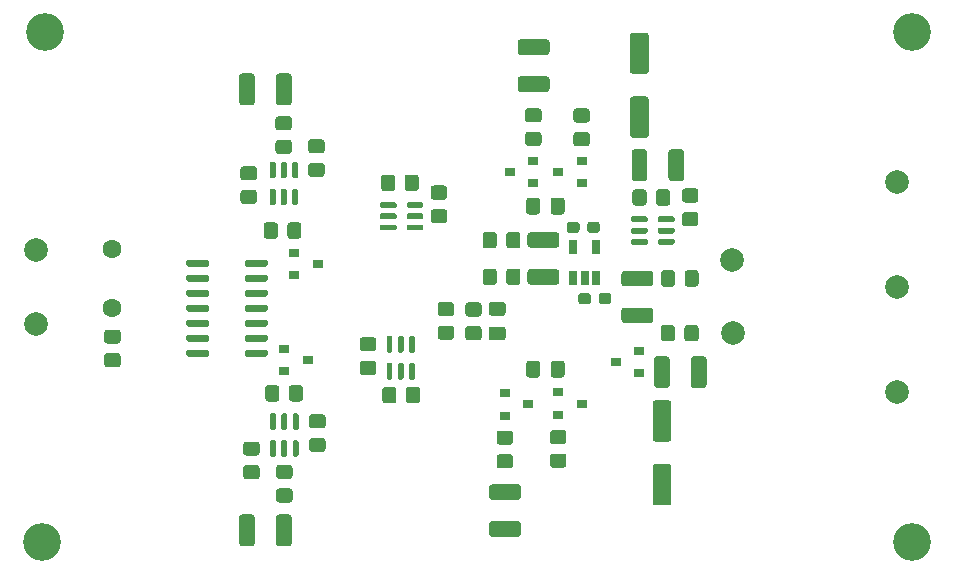
<source format=gbr>
G04 #@! TF.GenerationSoftware,KiCad,Pcbnew,(5.1.10-0-10_14)*
G04 #@! TF.CreationDate,2021-07-28T14:37:46+02:00*
G04 #@! TF.ProjectId,pre-amp-discret,7072652d-616d-4702-9d64-697363726574,rev?*
G04 #@! TF.SameCoordinates,Original*
G04 #@! TF.FileFunction,Soldermask,Top*
G04 #@! TF.FilePolarity,Negative*
%FSLAX46Y46*%
G04 Gerber Fmt 4.6, Leading zero omitted, Abs format (unit mm)*
G04 Created by KiCad (PCBNEW (5.1.10-0-10_14)) date 2021-07-28 14:37:46*
%MOMM*%
%LPD*%
G01*
G04 APERTURE LIST*
%ADD10R,0.650000X1.220000*%
%ADD11C,1.600000*%
%ADD12R,0.900000X0.800000*%
%ADD13C,2.000000*%
%ADD14C,3.200000*%
G04 APERTURE END LIST*
G36*
G01*
X144032000Y-141393999D02*
X144032000Y-143594001D01*
G75*
G02*
X143782001Y-143844000I-249999J0D01*
G01*
X142956999Y-143844000D01*
G75*
G02*
X142707000Y-143594001I0J249999D01*
G01*
X142707000Y-141393999D01*
G75*
G02*
X142956999Y-141144000I249999J0D01*
G01*
X143782001Y-141144000D01*
G75*
G02*
X144032000Y-141393999I0J-249999D01*
G01*
G37*
G36*
G01*
X147157000Y-141393999D02*
X147157000Y-143594001D01*
G75*
G02*
X146907001Y-143844000I-249999J0D01*
G01*
X146081999Y-143844000D01*
G75*
G02*
X145832000Y-143594001I0J249999D01*
G01*
X145832000Y-141393999D01*
G75*
G02*
X146081999Y-141144000I249999J0D01*
G01*
X146907001Y-141144000D01*
G75*
G02*
X147157000Y-141393999I0J-249999D01*
G01*
G37*
G36*
G01*
X145832000Y-106256001D02*
X145832000Y-104055999D01*
G75*
G02*
X146081999Y-103806000I249999J0D01*
G01*
X146907001Y-103806000D01*
G75*
G02*
X147157000Y-104055999I0J-249999D01*
G01*
X147157000Y-106256001D01*
G75*
G02*
X146907001Y-106506000I-249999J0D01*
G01*
X146081999Y-106506000D01*
G75*
G02*
X145832000Y-106256001I0J249999D01*
G01*
G37*
G36*
G01*
X142707000Y-106256001D02*
X142707000Y-104055999D01*
G75*
G02*
X142956999Y-103806000I249999J0D01*
G01*
X143782001Y-103806000D01*
G75*
G02*
X144032000Y-104055999I0J-249999D01*
G01*
X144032000Y-106256001D01*
G75*
G02*
X143782001Y-106506000I-249999J0D01*
G01*
X142956999Y-106506000D01*
G75*
G02*
X142707000Y-106256001I0J249999D01*
G01*
G37*
G36*
G01*
X177528401Y-121832800D02*
X175328399Y-121832800D01*
G75*
G02*
X175078400Y-121582801I0J249999D01*
G01*
X175078400Y-120757799D01*
G75*
G02*
X175328399Y-120507800I249999J0D01*
G01*
X177528401Y-120507800D01*
G75*
G02*
X177778400Y-120757799I0J-249999D01*
G01*
X177778400Y-121582801D01*
G75*
G02*
X177528401Y-121832800I-249999J0D01*
G01*
G37*
G36*
G01*
X177528401Y-124957800D02*
X175328399Y-124957800D01*
G75*
G02*
X175078400Y-124707801I0J249999D01*
G01*
X175078400Y-123882799D01*
G75*
G02*
X175328399Y-123632800I249999J0D01*
G01*
X177528401Y-123632800D01*
G75*
G02*
X177778400Y-123882799I0J-249999D01*
G01*
X177778400Y-124707801D01*
G75*
G02*
X177528401Y-124957800I-249999J0D01*
G01*
G37*
G36*
G01*
X169565501Y-118568500D02*
X167365499Y-118568500D01*
G75*
G02*
X167115500Y-118318501I0J249999D01*
G01*
X167115500Y-117493499D01*
G75*
G02*
X167365499Y-117243500I249999J0D01*
G01*
X169565501Y-117243500D01*
G75*
G02*
X169815500Y-117493499I0J-249999D01*
G01*
X169815500Y-118318501D01*
G75*
G02*
X169565501Y-118568500I-249999J0D01*
G01*
G37*
G36*
G01*
X169565501Y-121693500D02*
X167365499Y-121693500D01*
G75*
G02*
X167115500Y-121443501I0J249999D01*
G01*
X167115500Y-120618499D01*
G75*
G02*
X167365499Y-120368500I249999J0D01*
G01*
X169565501Y-120368500D01*
G75*
G02*
X169815500Y-120618499I0J-249999D01*
G01*
X169815500Y-121443501D01*
G75*
G02*
X169565501Y-121693500I-249999J0D01*
G01*
G37*
G36*
G01*
X180961000Y-130195501D02*
X180961000Y-127995499D01*
G75*
G02*
X181210999Y-127745500I249999J0D01*
G01*
X182036001Y-127745500D01*
G75*
G02*
X182286000Y-127995499I0J-249999D01*
G01*
X182286000Y-130195501D01*
G75*
G02*
X182036001Y-130445500I-249999J0D01*
G01*
X181210999Y-130445500D01*
G75*
G02*
X180961000Y-130195501I0J249999D01*
G01*
G37*
G36*
G01*
X177836000Y-130195501D02*
X177836000Y-127995499D01*
G75*
G02*
X178085999Y-127745500I249999J0D01*
G01*
X178911001Y-127745500D01*
G75*
G02*
X179161000Y-127995499I0J-249999D01*
G01*
X179161000Y-130195501D01*
G75*
G02*
X178911001Y-130445500I-249999J0D01*
G01*
X178085999Y-130445500D01*
G75*
G02*
X177836000Y-130195501I0J249999D01*
G01*
G37*
G36*
G01*
X177256000Y-110469499D02*
X177256000Y-112669501D01*
G75*
G02*
X177006001Y-112919500I-249999J0D01*
G01*
X176180999Y-112919500D01*
G75*
G02*
X175931000Y-112669501I0J249999D01*
G01*
X175931000Y-110469499D01*
G75*
G02*
X176180999Y-110219500I249999J0D01*
G01*
X177006001Y-110219500D01*
G75*
G02*
X177256000Y-110469499I0J-249999D01*
G01*
G37*
G36*
G01*
X180381000Y-110469499D02*
X180381000Y-112669501D01*
G75*
G02*
X180131001Y-112919500I-249999J0D01*
G01*
X179305999Y-112919500D01*
G75*
G02*
X179056000Y-112669501I0J249999D01*
G01*
X179056000Y-110469499D01*
G75*
G02*
X179305999Y-110219500I249999J0D01*
G01*
X180131001Y-110219500D01*
G75*
G02*
X180381000Y-110469499I0J-249999D01*
G01*
G37*
G36*
G01*
X164126999Y-141718000D02*
X166327001Y-141718000D01*
G75*
G02*
X166577000Y-141967999I0J-249999D01*
G01*
X166577000Y-142793001D01*
G75*
G02*
X166327001Y-143043000I-249999J0D01*
G01*
X164126999Y-143043000D01*
G75*
G02*
X163877000Y-142793001I0J249999D01*
G01*
X163877000Y-141967999D01*
G75*
G02*
X164126999Y-141718000I249999J0D01*
G01*
G37*
G36*
G01*
X164126999Y-138593000D02*
X166327001Y-138593000D01*
G75*
G02*
X166577000Y-138842999I0J-249999D01*
G01*
X166577000Y-139668001D01*
G75*
G02*
X166327001Y-139918000I-249999J0D01*
G01*
X164126999Y-139918000D01*
G75*
G02*
X163877000Y-139668001I0J249999D01*
G01*
X163877000Y-138842999D01*
G75*
G02*
X164126999Y-138593000I249999J0D01*
G01*
G37*
G36*
G01*
X166539999Y-104049000D02*
X168740001Y-104049000D01*
G75*
G02*
X168990000Y-104298999I0J-249999D01*
G01*
X168990000Y-105124001D01*
G75*
G02*
X168740001Y-105374000I-249999J0D01*
G01*
X166539999Y-105374000D01*
G75*
G02*
X166290000Y-105124001I0J249999D01*
G01*
X166290000Y-104298999D01*
G75*
G02*
X166539999Y-104049000I249999J0D01*
G01*
G37*
G36*
G01*
X166539999Y-100924000D02*
X168740001Y-100924000D01*
G75*
G02*
X168990000Y-101173999I0J-249999D01*
G01*
X168990000Y-101999001D01*
G75*
G02*
X168740001Y-102249000I-249999J0D01*
G01*
X166539999Y-102249000D01*
G75*
G02*
X166290000Y-101999001I0J249999D01*
G01*
X166290000Y-101173999D01*
G75*
G02*
X166539999Y-100924000I249999J0D01*
G01*
G37*
G36*
G01*
X179061200Y-134973000D02*
X177961200Y-134973000D01*
G75*
G02*
X177711200Y-134723000I0J250000D01*
G01*
X177711200Y-131723000D01*
G75*
G02*
X177961200Y-131473000I250000J0D01*
G01*
X179061200Y-131473000D01*
G75*
G02*
X179311200Y-131723000I0J-250000D01*
G01*
X179311200Y-134723000D01*
G75*
G02*
X179061200Y-134973000I-250000J0D01*
G01*
G37*
G36*
G01*
X179061200Y-140373000D02*
X177961200Y-140373000D01*
G75*
G02*
X177711200Y-140123000I0J250000D01*
G01*
X177711200Y-137123000D01*
G75*
G02*
X177961200Y-136873000I250000J0D01*
G01*
X179061200Y-136873000D01*
G75*
G02*
X179311200Y-137123000I0J-250000D01*
G01*
X179311200Y-140123000D01*
G75*
G02*
X179061200Y-140373000I-250000J0D01*
G01*
G37*
G36*
G01*
X177143500Y-103855500D02*
X176043500Y-103855500D01*
G75*
G02*
X175793500Y-103605500I0J250000D01*
G01*
X175793500Y-100605500D01*
G75*
G02*
X176043500Y-100355500I250000J0D01*
G01*
X177143500Y-100355500D01*
G75*
G02*
X177393500Y-100605500I0J-250000D01*
G01*
X177393500Y-103605500D01*
G75*
G02*
X177143500Y-103855500I-250000J0D01*
G01*
G37*
G36*
G01*
X177143500Y-109255500D02*
X176043500Y-109255500D01*
G75*
G02*
X175793500Y-109005500I0J250000D01*
G01*
X175793500Y-106005500D01*
G75*
G02*
X176043500Y-105755500I250000J0D01*
G01*
X177143500Y-105755500D01*
G75*
G02*
X177393500Y-106005500I0J-250000D01*
G01*
X177393500Y-109005500D01*
G75*
G02*
X177143500Y-109255500I-250000J0D01*
G01*
G37*
D10*
X171008000Y-118538000D03*
X172908000Y-118538000D03*
X172908000Y-121158000D03*
X171958000Y-121158000D03*
X171008000Y-121158000D03*
G36*
G01*
X164525500Y-120580999D02*
X164525500Y-121481001D01*
G75*
G02*
X164275501Y-121731000I-249999J0D01*
G01*
X163575499Y-121731000D01*
G75*
G02*
X163325500Y-121481001I0J249999D01*
G01*
X163325500Y-120580999D01*
G75*
G02*
X163575499Y-120331000I249999J0D01*
G01*
X164275501Y-120331000D01*
G75*
G02*
X164525500Y-120580999I0J-249999D01*
G01*
G37*
G36*
G01*
X166525500Y-120580999D02*
X166525500Y-121481001D01*
G75*
G02*
X166275501Y-121731000I-249999J0D01*
G01*
X165575499Y-121731000D01*
G75*
G02*
X165325500Y-121481001I0J249999D01*
G01*
X165325500Y-120580999D01*
G75*
G02*
X165575499Y-120331000I249999J0D01*
G01*
X166275501Y-120331000D01*
G75*
G02*
X166525500Y-120580999I0J-249999D01*
G01*
G37*
G36*
G01*
X179619200Y-120707999D02*
X179619200Y-121608001D01*
G75*
G02*
X179369201Y-121858000I-249999J0D01*
G01*
X178669199Y-121858000D01*
G75*
G02*
X178419200Y-121608001I0J249999D01*
G01*
X178419200Y-120707999D01*
G75*
G02*
X178669199Y-120458000I249999J0D01*
G01*
X179369201Y-120458000D01*
G75*
G02*
X179619200Y-120707999I0J-249999D01*
G01*
G37*
G36*
G01*
X181619200Y-120707999D02*
X181619200Y-121608001D01*
G75*
G02*
X181369201Y-121858000I-249999J0D01*
G01*
X180669199Y-121858000D01*
G75*
G02*
X180419200Y-121608001I0J249999D01*
G01*
X180419200Y-120707999D01*
G75*
G02*
X180669199Y-120458000I249999J0D01*
G01*
X181369201Y-120458000D01*
G75*
G02*
X181619200Y-120707999I0J-249999D01*
G01*
G37*
G36*
G01*
X164525500Y-117469499D02*
X164525500Y-118369501D01*
G75*
G02*
X164275501Y-118619500I-249999J0D01*
G01*
X163575499Y-118619500D01*
G75*
G02*
X163325500Y-118369501I0J249999D01*
G01*
X163325500Y-117469499D01*
G75*
G02*
X163575499Y-117219500I249999J0D01*
G01*
X164275501Y-117219500D01*
G75*
G02*
X164525500Y-117469499I0J-249999D01*
G01*
G37*
G36*
G01*
X166525500Y-117469499D02*
X166525500Y-118369501D01*
G75*
G02*
X166275501Y-118619500I-249999J0D01*
G01*
X165575499Y-118619500D01*
G75*
G02*
X165325500Y-118369501I0J249999D01*
G01*
X165325500Y-117469499D01*
G75*
G02*
X165575499Y-117219500I249999J0D01*
G01*
X166275501Y-117219500D01*
G75*
G02*
X166525500Y-117469499I0J-249999D01*
G01*
G37*
G36*
G01*
X172495500Y-122635000D02*
X172495500Y-123110000D01*
G75*
G02*
X172258000Y-123347500I-237500J0D01*
G01*
X171658000Y-123347500D01*
G75*
G02*
X171420500Y-123110000I0J237500D01*
G01*
X171420500Y-122635000D01*
G75*
G02*
X171658000Y-122397500I237500J0D01*
G01*
X172258000Y-122397500D01*
G75*
G02*
X172495500Y-122635000I0J-237500D01*
G01*
G37*
G36*
G01*
X174220500Y-122635000D02*
X174220500Y-123110000D01*
G75*
G02*
X173983000Y-123347500I-237500J0D01*
G01*
X173383000Y-123347500D01*
G75*
G02*
X173145500Y-123110000I0J237500D01*
G01*
X173145500Y-122635000D01*
G75*
G02*
X173383000Y-122397500I237500J0D01*
G01*
X173983000Y-122397500D01*
G75*
G02*
X174220500Y-122635000I0J-237500D01*
G01*
G37*
G36*
G01*
X171530300Y-116602500D02*
X171530300Y-117077500D01*
G75*
G02*
X171292800Y-117315000I-237500J0D01*
G01*
X170692800Y-117315000D01*
G75*
G02*
X170455300Y-117077500I0J237500D01*
G01*
X170455300Y-116602500D01*
G75*
G02*
X170692800Y-116365000I237500J0D01*
G01*
X171292800Y-116365000D01*
G75*
G02*
X171530300Y-116602500I0J-237500D01*
G01*
G37*
G36*
G01*
X173255300Y-116602500D02*
X173255300Y-117077500D01*
G75*
G02*
X173017800Y-117315000I-237500J0D01*
G01*
X172417800Y-117315000D01*
G75*
G02*
X172180300Y-117077500I0J237500D01*
G01*
X172180300Y-116602500D01*
G75*
G02*
X172417800Y-116365000I237500J0D01*
G01*
X173017800Y-116365000D01*
G75*
G02*
X173255300Y-116602500I0J-237500D01*
G01*
G37*
D11*
X131978400Y-118698000D03*
X131978400Y-123698000D03*
G36*
G01*
X143181200Y-120038000D02*
X143181200Y-119738000D01*
G75*
G02*
X143331200Y-119588000I150000J0D01*
G01*
X144981200Y-119588000D01*
G75*
G02*
X145131200Y-119738000I0J-150000D01*
G01*
X145131200Y-120038000D01*
G75*
G02*
X144981200Y-120188000I-150000J0D01*
G01*
X143331200Y-120188000D01*
G75*
G02*
X143181200Y-120038000I0J150000D01*
G01*
G37*
G36*
G01*
X143181200Y-121308000D02*
X143181200Y-121008000D01*
G75*
G02*
X143331200Y-120858000I150000J0D01*
G01*
X144981200Y-120858000D01*
G75*
G02*
X145131200Y-121008000I0J-150000D01*
G01*
X145131200Y-121308000D01*
G75*
G02*
X144981200Y-121458000I-150000J0D01*
G01*
X143331200Y-121458000D01*
G75*
G02*
X143181200Y-121308000I0J150000D01*
G01*
G37*
G36*
G01*
X143181200Y-122578000D02*
X143181200Y-122278000D01*
G75*
G02*
X143331200Y-122128000I150000J0D01*
G01*
X144981200Y-122128000D01*
G75*
G02*
X145131200Y-122278000I0J-150000D01*
G01*
X145131200Y-122578000D01*
G75*
G02*
X144981200Y-122728000I-150000J0D01*
G01*
X143331200Y-122728000D01*
G75*
G02*
X143181200Y-122578000I0J150000D01*
G01*
G37*
G36*
G01*
X143181200Y-123848000D02*
X143181200Y-123548000D01*
G75*
G02*
X143331200Y-123398000I150000J0D01*
G01*
X144981200Y-123398000D01*
G75*
G02*
X145131200Y-123548000I0J-150000D01*
G01*
X145131200Y-123848000D01*
G75*
G02*
X144981200Y-123998000I-150000J0D01*
G01*
X143331200Y-123998000D01*
G75*
G02*
X143181200Y-123848000I0J150000D01*
G01*
G37*
G36*
G01*
X143181200Y-125118000D02*
X143181200Y-124818000D01*
G75*
G02*
X143331200Y-124668000I150000J0D01*
G01*
X144981200Y-124668000D01*
G75*
G02*
X145131200Y-124818000I0J-150000D01*
G01*
X145131200Y-125118000D01*
G75*
G02*
X144981200Y-125268000I-150000J0D01*
G01*
X143331200Y-125268000D01*
G75*
G02*
X143181200Y-125118000I0J150000D01*
G01*
G37*
G36*
G01*
X143181200Y-126388000D02*
X143181200Y-126088000D01*
G75*
G02*
X143331200Y-125938000I150000J0D01*
G01*
X144981200Y-125938000D01*
G75*
G02*
X145131200Y-126088000I0J-150000D01*
G01*
X145131200Y-126388000D01*
G75*
G02*
X144981200Y-126538000I-150000J0D01*
G01*
X143331200Y-126538000D01*
G75*
G02*
X143181200Y-126388000I0J150000D01*
G01*
G37*
G36*
G01*
X143181200Y-127658000D02*
X143181200Y-127358000D01*
G75*
G02*
X143331200Y-127208000I150000J0D01*
G01*
X144981200Y-127208000D01*
G75*
G02*
X145131200Y-127358000I0J-150000D01*
G01*
X145131200Y-127658000D01*
G75*
G02*
X144981200Y-127808000I-150000J0D01*
G01*
X143331200Y-127808000D01*
G75*
G02*
X143181200Y-127658000I0J150000D01*
G01*
G37*
G36*
G01*
X138231200Y-127658000D02*
X138231200Y-127358000D01*
G75*
G02*
X138381200Y-127208000I150000J0D01*
G01*
X140031200Y-127208000D01*
G75*
G02*
X140181200Y-127358000I0J-150000D01*
G01*
X140181200Y-127658000D01*
G75*
G02*
X140031200Y-127808000I-150000J0D01*
G01*
X138381200Y-127808000D01*
G75*
G02*
X138231200Y-127658000I0J150000D01*
G01*
G37*
G36*
G01*
X138231200Y-126388000D02*
X138231200Y-126088000D01*
G75*
G02*
X138381200Y-125938000I150000J0D01*
G01*
X140031200Y-125938000D01*
G75*
G02*
X140181200Y-126088000I0J-150000D01*
G01*
X140181200Y-126388000D01*
G75*
G02*
X140031200Y-126538000I-150000J0D01*
G01*
X138381200Y-126538000D01*
G75*
G02*
X138231200Y-126388000I0J150000D01*
G01*
G37*
G36*
G01*
X138231200Y-125118000D02*
X138231200Y-124818000D01*
G75*
G02*
X138381200Y-124668000I150000J0D01*
G01*
X140031200Y-124668000D01*
G75*
G02*
X140181200Y-124818000I0J-150000D01*
G01*
X140181200Y-125118000D01*
G75*
G02*
X140031200Y-125268000I-150000J0D01*
G01*
X138381200Y-125268000D01*
G75*
G02*
X138231200Y-125118000I0J150000D01*
G01*
G37*
G36*
G01*
X138231200Y-123848000D02*
X138231200Y-123548000D01*
G75*
G02*
X138381200Y-123398000I150000J0D01*
G01*
X140031200Y-123398000D01*
G75*
G02*
X140181200Y-123548000I0J-150000D01*
G01*
X140181200Y-123848000D01*
G75*
G02*
X140031200Y-123998000I-150000J0D01*
G01*
X138381200Y-123998000D01*
G75*
G02*
X138231200Y-123848000I0J150000D01*
G01*
G37*
G36*
G01*
X138231200Y-122578000D02*
X138231200Y-122278000D01*
G75*
G02*
X138381200Y-122128000I150000J0D01*
G01*
X140031200Y-122128000D01*
G75*
G02*
X140181200Y-122278000I0J-150000D01*
G01*
X140181200Y-122578000D01*
G75*
G02*
X140031200Y-122728000I-150000J0D01*
G01*
X138381200Y-122728000D01*
G75*
G02*
X138231200Y-122578000I0J150000D01*
G01*
G37*
G36*
G01*
X138231200Y-121308000D02*
X138231200Y-121008000D01*
G75*
G02*
X138381200Y-120858000I150000J0D01*
G01*
X140031200Y-120858000D01*
G75*
G02*
X140181200Y-121008000I0J-150000D01*
G01*
X140181200Y-121308000D01*
G75*
G02*
X140031200Y-121458000I-150000J0D01*
G01*
X138381200Y-121458000D01*
G75*
G02*
X138231200Y-121308000I0J150000D01*
G01*
G37*
G36*
G01*
X138231200Y-120038000D02*
X138231200Y-119738000D01*
G75*
G02*
X138381200Y-119588000I150000J0D01*
G01*
X140031200Y-119588000D01*
G75*
G02*
X140181200Y-119738000I0J-150000D01*
G01*
X140181200Y-120038000D01*
G75*
G02*
X140031200Y-120188000I-150000J0D01*
G01*
X138381200Y-120188000D01*
G75*
G02*
X138231200Y-120038000I0J150000D01*
G01*
G37*
G36*
G01*
X145710100Y-133999000D02*
X145460100Y-133999000D01*
G75*
G02*
X145335100Y-133874000I0J125000D01*
G01*
X145335100Y-132699000D01*
G75*
G02*
X145460100Y-132574000I125000J0D01*
G01*
X145710100Y-132574000D01*
G75*
G02*
X145835100Y-132699000I0J-125000D01*
G01*
X145835100Y-133874000D01*
G75*
G02*
X145710100Y-133999000I-125000J0D01*
G01*
G37*
G36*
G01*
X146660100Y-133999000D02*
X146410100Y-133999000D01*
G75*
G02*
X146285100Y-133874000I0J125000D01*
G01*
X146285100Y-132699000D01*
G75*
G02*
X146410100Y-132574000I125000J0D01*
G01*
X146660100Y-132574000D01*
G75*
G02*
X146785100Y-132699000I0J-125000D01*
G01*
X146785100Y-133874000D01*
G75*
G02*
X146660100Y-133999000I-125000J0D01*
G01*
G37*
G36*
G01*
X147610100Y-133999000D02*
X147360100Y-133999000D01*
G75*
G02*
X147235100Y-133874000I0J125000D01*
G01*
X147235100Y-132699000D01*
G75*
G02*
X147360100Y-132574000I125000J0D01*
G01*
X147610100Y-132574000D01*
G75*
G02*
X147735100Y-132699000I0J-125000D01*
G01*
X147735100Y-133874000D01*
G75*
G02*
X147610100Y-133999000I-125000J0D01*
G01*
G37*
G36*
G01*
X147610100Y-136274000D02*
X147360100Y-136274000D01*
G75*
G02*
X147235100Y-136149000I0J125000D01*
G01*
X147235100Y-134974000D01*
G75*
G02*
X147360100Y-134849000I125000J0D01*
G01*
X147610100Y-134849000D01*
G75*
G02*
X147735100Y-134974000I0J-125000D01*
G01*
X147735100Y-136149000D01*
G75*
G02*
X147610100Y-136274000I-125000J0D01*
G01*
G37*
G36*
G01*
X146660100Y-136274000D02*
X146410100Y-136274000D01*
G75*
G02*
X146285100Y-136149000I0J125000D01*
G01*
X146285100Y-134974000D01*
G75*
G02*
X146410100Y-134849000I125000J0D01*
G01*
X146660100Y-134849000D01*
G75*
G02*
X146785100Y-134974000I0J-125000D01*
G01*
X146785100Y-136149000D01*
G75*
G02*
X146660100Y-136274000I-125000J0D01*
G01*
G37*
G36*
G01*
X145710100Y-136274000D02*
X145460100Y-136274000D01*
G75*
G02*
X145335100Y-136149000I0J125000D01*
G01*
X145335100Y-134974000D01*
G75*
G02*
X145460100Y-134849000I125000J0D01*
G01*
X145710100Y-134849000D01*
G75*
G02*
X145835100Y-134974000I0J-125000D01*
G01*
X145835100Y-136149000D01*
G75*
G02*
X145710100Y-136274000I-125000J0D01*
G01*
G37*
G36*
G01*
X177306000Y-117931700D02*
X177306000Y-118181700D01*
G75*
G02*
X177181000Y-118306700I-125000J0D01*
G01*
X176006000Y-118306700D01*
G75*
G02*
X175881000Y-118181700I0J125000D01*
G01*
X175881000Y-117931700D01*
G75*
G02*
X176006000Y-117806700I125000J0D01*
G01*
X177181000Y-117806700D01*
G75*
G02*
X177306000Y-117931700I0J-125000D01*
G01*
G37*
G36*
G01*
X177306000Y-116981700D02*
X177306000Y-117231700D01*
G75*
G02*
X177181000Y-117356700I-125000J0D01*
G01*
X176006000Y-117356700D01*
G75*
G02*
X175881000Y-117231700I0J125000D01*
G01*
X175881000Y-116981700D01*
G75*
G02*
X176006000Y-116856700I125000J0D01*
G01*
X177181000Y-116856700D01*
G75*
G02*
X177306000Y-116981700I0J-125000D01*
G01*
G37*
G36*
G01*
X177306000Y-116031700D02*
X177306000Y-116281700D01*
G75*
G02*
X177181000Y-116406700I-125000J0D01*
G01*
X176006000Y-116406700D01*
G75*
G02*
X175881000Y-116281700I0J125000D01*
G01*
X175881000Y-116031700D01*
G75*
G02*
X176006000Y-115906700I125000J0D01*
G01*
X177181000Y-115906700D01*
G75*
G02*
X177306000Y-116031700I0J-125000D01*
G01*
G37*
G36*
G01*
X179581000Y-116031700D02*
X179581000Y-116281700D01*
G75*
G02*
X179456000Y-116406700I-125000J0D01*
G01*
X178281000Y-116406700D01*
G75*
G02*
X178156000Y-116281700I0J125000D01*
G01*
X178156000Y-116031700D01*
G75*
G02*
X178281000Y-115906700I125000J0D01*
G01*
X179456000Y-115906700D01*
G75*
G02*
X179581000Y-116031700I0J-125000D01*
G01*
G37*
G36*
G01*
X179581000Y-116981700D02*
X179581000Y-117231700D01*
G75*
G02*
X179456000Y-117356700I-125000J0D01*
G01*
X178281000Y-117356700D01*
G75*
G02*
X178156000Y-117231700I0J125000D01*
G01*
X178156000Y-116981700D01*
G75*
G02*
X178281000Y-116856700I125000J0D01*
G01*
X179456000Y-116856700D01*
G75*
G02*
X179581000Y-116981700I0J-125000D01*
G01*
G37*
G36*
G01*
X179581000Y-117931700D02*
X179581000Y-118181700D01*
G75*
G02*
X179456000Y-118306700I-125000J0D01*
G01*
X178281000Y-118306700D01*
G75*
G02*
X178156000Y-118181700I0J125000D01*
G01*
X178156000Y-117931700D01*
G75*
G02*
X178281000Y-117806700I125000J0D01*
G01*
X179456000Y-117806700D01*
G75*
G02*
X179581000Y-117931700I0J-125000D01*
G01*
G37*
G36*
G01*
X156033500Y-116722700D02*
X156033500Y-116972700D01*
G75*
G02*
X155908500Y-117097700I-125000J0D01*
G01*
X154733500Y-117097700D01*
G75*
G02*
X154608500Y-116972700I0J125000D01*
G01*
X154608500Y-116722700D01*
G75*
G02*
X154733500Y-116597700I125000J0D01*
G01*
X155908500Y-116597700D01*
G75*
G02*
X156033500Y-116722700I0J-125000D01*
G01*
G37*
G36*
G01*
X156033500Y-115772700D02*
X156033500Y-116022700D01*
G75*
G02*
X155908500Y-116147700I-125000J0D01*
G01*
X154733500Y-116147700D01*
G75*
G02*
X154608500Y-116022700I0J125000D01*
G01*
X154608500Y-115772700D01*
G75*
G02*
X154733500Y-115647700I125000J0D01*
G01*
X155908500Y-115647700D01*
G75*
G02*
X156033500Y-115772700I0J-125000D01*
G01*
G37*
G36*
G01*
X156033500Y-114822700D02*
X156033500Y-115072700D01*
G75*
G02*
X155908500Y-115197700I-125000J0D01*
G01*
X154733500Y-115197700D01*
G75*
G02*
X154608500Y-115072700I0J125000D01*
G01*
X154608500Y-114822700D01*
G75*
G02*
X154733500Y-114697700I125000J0D01*
G01*
X155908500Y-114697700D01*
G75*
G02*
X156033500Y-114822700I0J-125000D01*
G01*
G37*
G36*
G01*
X158308500Y-114822700D02*
X158308500Y-115072700D01*
G75*
G02*
X158183500Y-115197700I-125000J0D01*
G01*
X157008500Y-115197700D01*
G75*
G02*
X156883500Y-115072700I0J125000D01*
G01*
X156883500Y-114822700D01*
G75*
G02*
X157008500Y-114697700I125000J0D01*
G01*
X158183500Y-114697700D01*
G75*
G02*
X158308500Y-114822700I0J-125000D01*
G01*
G37*
G36*
G01*
X158308500Y-115772700D02*
X158308500Y-116022700D01*
G75*
G02*
X158183500Y-116147700I-125000J0D01*
G01*
X157008500Y-116147700D01*
G75*
G02*
X156883500Y-116022700I0J125000D01*
G01*
X156883500Y-115772700D01*
G75*
G02*
X157008500Y-115647700I125000J0D01*
G01*
X158183500Y-115647700D01*
G75*
G02*
X158308500Y-115772700I0J-125000D01*
G01*
G37*
G36*
G01*
X158308500Y-116722700D02*
X158308500Y-116972700D01*
G75*
G02*
X158183500Y-117097700I-125000J0D01*
G01*
X157008500Y-117097700D01*
G75*
G02*
X156883500Y-116972700I0J125000D01*
G01*
X156883500Y-116722700D01*
G75*
G02*
X157008500Y-116597700I125000J0D01*
G01*
X158183500Y-116597700D01*
G75*
G02*
X158308500Y-116722700I0J-125000D01*
G01*
G37*
G36*
G01*
X145667000Y-112699400D02*
X145417000Y-112699400D01*
G75*
G02*
X145292000Y-112574400I0J125000D01*
G01*
X145292000Y-111399400D01*
G75*
G02*
X145417000Y-111274400I125000J0D01*
G01*
X145667000Y-111274400D01*
G75*
G02*
X145792000Y-111399400I0J-125000D01*
G01*
X145792000Y-112574400D01*
G75*
G02*
X145667000Y-112699400I-125000J0D01*
G01*
G37*
G36*
G01*
X146617000Y-112699400D02*
X146367000Y-112699400D01*
G75*
G02*
X146242000Y-112574400I0J125000D01*
G01*
X146242000Y-111399400D01*
G75*
G02*
X146367000Y-111274400I125000J0D01*
G01*
X146617000Y-111274400D01*
G75*
G02*
X146742000Y-111399400I0J-125000D01*
G01*
X146742000Y-112574400D01*
G75*
G02*
X146617000Y-112699400I-125000J0D01*
G01*
G37*
G36*
G01*
X147567000Y-112699400D02*
X147317000Y-112699400D01*
G75*
G02*
X147192000Y-112574400I0J125000D01*
G01*
X147192000Y-111399400D01*
G75*
G02*
X147317000Y-111274400I125000J0D01*
G01*
X147567000Y-111274400D01*
G75*
G02*
X147692000Y-111399400I0J-125000D01*
G01*
X147692000Y-112574400D01*
G75*
G02*
X147567000Y-112699400I-125000J0D01*
G01*
G37*
G36*
G01*
X147567000Y-114974400D02*
X147317000Y-114974400D01*
G75*
G02*
X147192000Y-114849400I0J125000D01*
G01*
X147192000Y-113674400D01*
G75*
G02*
X147317000Y-113549400I125000J0D01*
G01*
X147567000Y-113549400D01*
G75*
G02*
X147692000Y-113674400I0J-125000D01*
G01*
X147692000Y-114849400D01*
G75*
G02*
X147567000Y-114974400I-125000J0D01*
G01*
G37*
G36*
G01*
X146617000Y-114974400D02*
X146367000Y-114974400D01*
G75*
G02*
X146242000Y-114849400I0J125000D01*
G01*
X146242000Y-113674400D01*
G75*
G02*
X146367000Y-113549400I125000J0D01*
G01*
X146617000Y-113549400D01*
G75*
G02*
X146742000Y-113674400I0J-125000D01*
G01*
X146742000Y-114849400D01*
G75*
G02*
X146617000Y-114974400I-125000J0D01*
G01*
G37*
G36*
G01*
X145667000Y-114974400D02*
X145417000Y-114974400D01*
G75*
G02*
X145292000Y-114849400I0J125000D01*
G01*
X145292000Y-113674400D01*
G75*
G02*
X145417000Y-113549400I125000J0D01*
G01*
X145667000Y-113549400D01*
G75*
G02*
X145792000Y-113674400I0J-125000D01*
G01*
X145792000Y-114849400D01*
G75*
G02*
X145667000Y-114974400I-125000J0D01*
G01*
G37*
G36*
G01*
X157215300Y-128303800D02*
X157465300Y-128303800D01*
G75*
G02*
X157590300Y-128428800I0J-125000D01*
G01*
X157590300Y-129603800D01*
G75*
G02*
X157465300Y-129728800I-125000J0D01*
G01*
X157215300Y-129728800D01*
G75*
G02*
X157090300Y-129603800I0J125000D01*
G01*
X157090300Y-128428800D01*
G75*
G02*
X157215300Y-128303800I125000J0D01*
G01*
G37*
G36*
G01*
X156265300Y-128303800D02*
X156515300Y-128303800D01*
G75*
G02*
X156640300Y-128428800I0J-125000D01*
G01*
X156640300Y-129603800D01*
G75*
G02*
X156515300Y-129728800I-125000J0D01*
G01*
X156265300Y-129728800D01*
G75*
G02*
X156140300Y-129603800I0J125000D01*
G01*
X156140300Y-128428800D01*
G75*
G02*
X156265300Y-128303800I125000J0D01*
G01*
G37*
G36*
G01*
X155315300Y-128303800D02*
X155565300Y-128303800D01*
G75*
G02*
X155690300Y-128428800I0J-125000D01*
G01*
X155690300Y-129603800D01*
G75*
G02*
X155565300Y-129728800I-125000J0D01*
G01*
X155315300Y-129728800D01*
G75*
G02*
X155190300Y-129603800I0J125000D01*
G01*
X155190300Y-128428800D01*
G75*
G02*
X155315300Y-128303800I125000J0D01*
G01*
G37*
G36*
G01*
X155315300Y-126028800D02*
X155565300Y-126028800D01*
G75*
G02*
X155690300Y-126153800I0J-125000D01*
G01*
X155690300Y-127328800D01*
G75*
G02*
X155565300Y-127453800I-125000J0D01*
G01*
X155315300Y-127453800D01*
G75*
G02*
X155190300Y-127328800I0J125000D01*
G01*
X155190300Y-126153800D01*
G75*
G02*
X155315300Y-126028800I125000J0D01*
G01*
G37*
G36*
G01*
X156265300Y-126028800D02*
X156515300Y-126028800D01*
G75*
G02*
X156640300Y-126153800I0J-125000D01*
G01*
X156640300Y-127328800D01*
G75*
G02*
X156515300Y-127453800I-125000J0D01*
G01*
X156265300Y-127453800D01*
G75*
G02*
X156140300Y-127328800I0J125000D01*
G01*
X156140300Y-126153800D01*
G75*
G02*
X156265300Y-126028800I125000J0D01*
G01*
G37*
G36*
G01*
X157215300Y-126028800D02*
X157465300Y-126028800D01*
G75*
G02*
X157590300Y-126153800I0J-125000D01*
G01*
X157590300Y-127328800D01*
G75*
G02*
X157465300Y-127453800I-125000J0D01*
G01*
X157215300Y-127453800D01*
G75*
G02*
X157090300Y-127328800I0J125000D01*
G01*
X157090300Y-126153800D01*
G75*
G02*
X157215300Y-126028800I125000J0D01*
G01*
G37*
G36*
G01*
X146082599Y-138941000D02*
X146982601Y-138941000D01*
G75*
G02*
X147232600Y-139190999I0J-249999D01*
G01*
X147232600Y-139891001D01*
G75*
G02*
X146982601Y-140141000I-249999J0D01*
G01*
X146082599Y-140141000D01*
G75*
G02*
X145832600Y-139891001I0J249999D01*
G01*
X145832600Y-139190999D01*
G75*
G02*
X146082599Y-138941000I249999J0D01*
G01*
G37*
G36*
G01*
X146082599Y-136941000D02*
X146982601Y-136941000D01*
G75*
G02*
X147232600Y-137190999I0J-249999D01*
G01*
X147232600Y-137891001D01*
G75*
G02*
X146982601Y-138141000I-249999J0D01*
G01*
X146082599Y-138141000D01*
G75*
G02*
X145832600Y-137891001I0J249999D01*
G01*
X145832600Y-137190999D01*
G75*
G02*
X146082599Y-136941000I249999J0D01*
G01*
G37*
G36*
G01*
X146110500Y-130436199D02*
X146110500Y-131336201D01*
G75*
G02*
X145860501Y-131586200I-249999J0D01*
G01*
X145160499Y-131586200D01*
G75*
G02*
X144910500Y-131336201I0J249999D01*
G01*
X144910500Y-130436199D01*
G75*
G02*
X145160499Y-130186200I249999J0D01*
G01*
X145860501Y-130186200D01*
G75*
G02*
X146110500Y-130436199I0J-249999D01*
G01*
G37*
G36*
G01*
X148110500Y-130436199D02*
X148110500Y-131336201D01*
G75*
G02*
X147860501Y-131586200I-249999J0D01*
G01*
X147160499Y-131586200D01*
G75*
G02*
X146910500Y-131336201I0J249999D01*
G01*
X146910500Y-130436199D01*
G75*
G02*
X147160499Y-130186200I249999J0D01*
G01*
X147860501Y-130186200D01*
G75*
G02*
X148110500Y-130436199I0J-249999D01*
G01*
G37*
G36*
G01*
X145983500Y-116656699D02*
X145983500Y-117556701D01*
G75*
G02*
X145733501Y-117806700I-249999J0D01*
G01*
X145033499Y-117806700D01*
G75*
G02*
X144783500Y-117556701I0J249999D01*
G01*
X144783500Y-116656699D01*
G75*
G02*
X145033499Y-116406700I249999J0D01*
G01*
X145733501Y-116406700D01*
G75*
G02*
X145983500Y-116656699I0J-249999D01*
G01*
G37*
G36*
G01*
X147983500Y-116656699D02*
X147983500Y-117556701D01*
G75*
G02*
X147733501Y-117806700I-249999J0D01*
G01*
X147033499Y-117806700D01*
G75*
G02*
X146783500Y-117556701I0J249999D01*
G01*
X146783500Y-116656699D01*
G75*
G02*
X147033499Y-116406700I249999J0D01*
G01*
X147733501Y-116406700D01*
G75*
G02*
X147983500Y-116656699I0J-249999D01*
G01*
G37*
G36*
G01*
X146031799Y-109420100D02*
X146931801Y-109420100D01*
G75*
G02*
X147181800Y-109670099I0J-249999D01*
G01*
X147181800Y-110370101D01*
G75*
G02*
X146931801Y-110620100I-249999J0D01*
G01*
X146031799Y-110620100D01*
G75*
G02*
X145781800Y-110370101I0J249999D01*
G01*
X145781800Y-109670099D01*
G75*
G02*
X146031799Y-109420100I249999J0D01*
G01*
G37*
G36*
G01*
X146031799Y-107420100D02*
X146931801Y-107420100D01*
G75*
G02*
X147181800Y-107670099I0J-249999D01*
G01*
X147181800Y-108370101D01*
G75*
G02*
X146931801Y-108620100I-249999J0D01*
G01*
X146031799Y-108620100D01*
G75*
G02*
X145781800Y-108370101I0J249999D01*
G01*
X145781800Y-107670099D01*
G75*
G02*
X146031799Y-107420100I249999J0D01*
G01*
G37*
D12*
X148532600Y-128043900D03*
X146532600Y-128993900D03*
X146532600Y-127093900D03*
X149383500Y-119949000D03*
X147383500Y-120899000D03*
X147383500Y-118999000D03*
G36*
G01*
X143301299Y-136972500D02*
X144201301Y-136972500D01*
G75*
G02*
X144451300Y-137222499I0J-249999D01*
G01*
X144451300Y-137922501D01*
G75*
G02*
X144201301Y-138172500I-249999J0D01*
G01*
X143301299Y-138172500D01*
G75*
G02*
X143051300Y-137922501I0J249999D01*
G01*
X143051300Y-137222499D01*
G75*
G02*
X143301299Y-136972500I249999J0D01*
G01*
G37*
G36*
G01*
X143301299Y-134972500D02*
X144201301Y-134972500D01*
G75*
G02*
X144451300Y-135222499I0J-249999D01*
G01*
X144451300Y-135922501D01*
G75*
G02*
X144201301Y-136172500I-249999J0D01*
G01*
X143301299Y-136172500D01*
G75*
G02*
X143051300Y-135922501I0J249999D01*
G01*
X143051300Y-135222499D01*
G75*
G02*
X143301299Y-134972500I249999J0D01*
G01*
G37*
X165614600Y-112130800D03*
X167614600Y-111180800D03*
X167614600Y-113080800D03*
G36*
G01*
X179606500Y-125343499D02*
X179606500Y-126243501D01*
G75*
G02*
X179356501Y-126493500I-249999J0D01*
G01*
X178656499Y-126493500D01*
G75*
G02*
X178406500Y-126243501I0J249999D01*
G01*
X178406500Y-125343499D01*
G75*
G02*
X178656499Y-125093500I249999J0D01*
G01*
X179356501Y-125093500D01*
G75*
G02*
X179606500Y-125343499I0J-249999D01*
G01*
G37*
G36*
G01*
X181606500Y-125343499D02*
X181606500Y-126243501D01*
G75*
G02*
X181356501Y-126493500I-249999J0D01*
G01*
X180656499Y-126493500D01*
G75*
G02*
X180406500Y-126243501I0J249999D01*
G01*
X180406500Y-125343499D01*
G75*
G02*
X180656499Y-125093500I249999J0D01*
G01*
X181356501Y-125093500D01*
G75*
G02*
X181606500Y-125343499I0J-249999D01*
G01*
G37*
G36*
G01*
X181348801Y-114741500D02*
X180448799Y-114741500D01*
G75*
G02*
X180198800Y-114491501I0J249999D01*
G01*
X180198800Y-113791499D01*
G75*
G02*
X180448799Y-113541500I249999J0D01*
G01*
X181348801Y-113541500D01*
G75*
G02*
X181598800Y-113791499I0J-249999D01*
G01*
X181598800Y-114491501D01*
G75*
G02*
X181348801Y-114741500I-249999J0D01*
G01*
G37*
G36*
G01*
X181348801Y-116741500D02*
X180448799Y-116741500D01*
G75*
G02*
X180198800Y-116491501I0J249999D01*
G01*
X180198800Y-115791499D01*
G75*
G02*
X180448799Y-115541500I249999J0D01*
G01*
X181348801Y-115541500D01*
G75*
G02*
X181598800Y-115791499I0J-249999D01*
G01*
X181598800Y-116491501D01*
G75*
G02*
X181348801Y-116741500I-249999J0D01*
G01*
G37*
G36*
G01*
X169272799Y-135994600D02*
X170172801Y-135994600D01*
G75*
G02*
X170422800Y-136244599I0J-249999D01*
G01*
X170422800Y-136944601D01*
G75*
G02*
X170172801Y-137194600I-249999J0D01*
G01*
X169272799Y-137194600D01*
G75*
G02*
X169022800Y-136944601I0J249999D01*
G01*
X169022800Y-136244599D01*
G75*
G02*
X169272799Y-135994600I249999J0D01*
G01*
G37*
G36*
G01*
X169272799Y-133994600D02*
X170172801Y-133994600D01*
G75*
G02*
X170422800Y-134244599I0J-249999D01*
G01*
X170422800Y-134944601D01*
G75*
G02*
X170172801Y-135194600I-249999J0D01*
G01*
X169272799Y-135194600D01*
G75*
G02*
X169022800Y-134944601I0J249999D01*
G01*
X169022800Y-134244599D01*
G75*
G02*
X169272799Y-133994600I249999J0D01*
G01*
G37*
G36*
G01*
X167164599Y-108747000D02*
X168064601Y-108747000D01*
G75*
G02*
X168314600Y-108996999I0J-249999D01*
G01*
X168314600Y-109697001D01*
G75*
G02*
X168064601Y-109947000I-249999J0D01*
G01*
X167164599Y-109947000D01*
G75*
G02*
X166914600Y-109697001I0J249999D01*
G01*
X166914600Y-108996999D01*
G75*
G02*
X167164599Y-108747000I249999J0D01*
G01*
G37*
G36*
G01*
X167164599Y-106747000D02*
X168064601Y-106747000D01*
G75*
G02*
X168314600Y-106996999I0J-249999D01*
G01*
X168314600Y-107697001D01*
G75*
G02*
X168064601Y-107947000I-249999J0D01*
G01*
X167164599Y-107947000D01*
G75*
G02*
X166914600Y-107697001I0J249999D01*
G01*
X166914600Y-106996999D01*
G75*
G02*
X167164599Y-106747000I249999J0D01*
G01*
G37*
G36*
G01*
X154069201Y-127346000D02*
X153169199Y-127346000D01*
G75*
G02*
X152919200Y-127096001I0J249999D01*
G01*
X152919200Y-126395999D01*
G75*
G02*
X153169199Y-126146000I249999J0D01*
G01*
X154069201Y-126146000D01*
G75*
G02*
X154319200Y-126395999I0J-249999D01*
G01*
X154319200Y-127096001D01*
G75*
G02*
X154069201Y-127346000I-249999J0D01*
G01*
G37*
G36*
G01*
X154069201Y-129346000D02*
X153169199Y-129346000D01*
G75*
G02*
X152919200Y-129096001I0J249999D01*
G01*
X152919200Y-128395999D01*
G75*
G02*
X153169199Y-128146000I249999J0D01*
G01*
X154069201Y-128146000D01*
G75*
G02*
X154319200Y-128395999I0J-249999D01*
G01*
X154319200Y-129096001D01*
G75*
G02*
X154069201Y-129346000I-249999J0D01*
G01*
G37*
G36*
G01*
X148800399Y-111375900D02*
X149700401Y-111375900D01*
G75*
G02*
X149950400Y-111625899I0J-249999D01*
G01*
X149950400Y-112325901D01*
G75*
G02*
X149700401Y-112575900I-249999J0D01*
G01*
X148800399Y-112575900D01*
G75*
G02*
X148550400Y-112325901I0J249999D01*
G01*
X148550400Y-111625899D01*
G75*
G02*
X148800399Y-111375900I249999J0D01*
G01*
G37*
G36*
G01*
X148800399Y-109375900D02*
X149700401Y-109375900D01*
G75*
G02*
X149950400Y-109625899I0J-249999D01*
G01*
X149950400Y-110325901D01*
G75*
G02*
X149700401Y-110575900I-249999J0D01*
G01*
X148800399Y-110575900D01*
G75*
G02*
X148550400Y-110325901I0J249999D01*
G01*
X148550400Y-109625899D01*
G75*
G02*
X148800399Y-109375900I249999J0D01*
G01*
G37*
G36*
G01*
X156029200Y-130588599D02*
X156029200Y-131488601D01*
G75*
G02*
X155779201Y-131738600I-249999J0D01*
G01*
X155079199Y-131738600D01*
G75*
G02*
X154829200Y-131488601I0J249999D01*
G01*
X154829200Y-130588599D01*
G75*
G02*
X155079199Y-130338600I249999J0D01*
G01*
X155779201Y-130338600D01*
G75*
G02*
X156029200Y-130588599I0J-249999D01*
G01*
G37*
G36*
G01*
X158029200Y-130588599D02*
X158029200Y-131488601D01*
G75*
G02*
X157779201Y-131738600I-249999J0D01*
G01*
X157079199Y-131738600D01*
G75*
G02*
X156829200Y-131488601I0J249999D01*
G01*
X156829200Y-130588599D01*
G75*
G02*
X157079199Y-130338600I249999J0D01*
G01*
X157779201Y-130338600D01*
G75*
G02*
X158029200Y-130588599I0J-249999D01*
G01*
G37*
G36*
G01*
X143072699Y-113661900D02*
X143972701Y-113661900D01*
G75*
G02*
X144222700Y-113911899I0J-249999D01*
G01*
X144222700Y-114611901D01*
G75*
G02*
X143972701Y-114861900I-249999J0D01*
G01*
X143072699Y-114861900D01*
G75*
G02*
X142822700Y-114611901I0J249999D01*
G01*
X142822700Y-113911899D01*
G75*
G02*
X143072699Y-113661900I249999J0D01*
G01*
G37*
G36*
G01*
X143072699Y-111661900D02*
X143972701Y-111661900D01*
G75*
G02*
X144222700Y-111911899I0J-249999D01*
G01*
X144222700Y-112611901D01*
G75*
G02*
X143972701Y-112861900I-249999J0D01*
G01*
X143072699Y-112861900D01*
G75*
G02*
X142822700Y-112611901I0J249999D01*
G01*
X142822700Y-111911899D01*
G75*
G02*
X143072699Y-111661900I249999J0D01*
G01*
G37*
G36*
G01*
X168184500Y-114561600D02*
X168184500Y-115511600D01*
G75*
G02*
X167934500Y-115761600I-250000J0D01*
G01*
X167259500Y-115761600D01*
G75*
G02*
X167009500Y-115511600I0J250000D01*
G01*
X167009500Y-114561600D01*
G75*
G02*
X167259500Y-114311600I250000J0D01*
G01*
X167934500Y-114311600D01*
G75*
G02*
X168184500Y-114561600I0J-250000D01*
G01*
G37*
G36*
G01*
X170259500Y-114561600D02*
X170259500Y-115511600D01*
G75*
G02*
X170009500Y-115761600I-250000J0D01*
G01*
X169334500Y-115761600D01*
G75*
G02*
X169084500Y-115511600I0J250000D01*
G01*
X169084500Y-114561600D01*
G75*
G02*
X169334500Y-114311600I250000J0D01*
G01*
X170009500Y-114311600D01*
G75*
G02*
X170259500Y-114561600I0J-250000D01*
G01*
G37*
D13*
X184467500Y-119570500D03*
X184492900Y-125793500D03*
X198374000Y-121920000D03*
X125476000Y-118719600D03*
X198374000Y-130810000D03*
X125476000Y-125018800D03*
X198374000Y-113030000D03*
D12*
X174606200Y-128229400D03*
X176606200Y-127279400D03*
X176606200Y-129179400D03*
G36*
G01*
X156721000Y-113518101D02*
X156721000Y-112618099D01*
G75*
G02*
X156970999Y-112368100I249999J0D01*
G01*
X157671001Y-112368100D01*
G75*
G02*
X157921000Y-112618099I0J-249999D01*
G01*
X157921000Y-113518101D01*
G75*
G02*
X157671001Y-113768100I-249999J0D01*
G01*
X156970999Y-113768100D01*
G75*
G02*
X156721000Y-113518101I0J249999D01*
G01*
G37*
G36*
G01*
X154721000Y-113518101D02*
X154721000Y-112618099D01*
G75*
G02*
X154970999Y-112368100I249999J0D01*
G01*
X155671001Y-112368100D01*
G75*
G02*
X155921000Y-112618099I0J-249999D01*
G01*
X155921000Y-113518101D01*
G75*
G02*
X155671001Y-113768100I-249999J0D01*
G01*
X154970999Y-113768100D01*
G75*
G02*
X154721000Y-113518101I0J249999D01*
G01*
G37*
G36*
G01*
X168184500Y-128366500D02*
X168184500Y-129316500D01*
G75*
G02*
X167934500Y-129566500I-250000J0D01*
G01*
X167259500Y-129566500D01*
G75*
G02*
X167009500Y-129316500I0J250000D01*
G01*
X167009500Y-128366500D01*
G75*
G02*
X167259500Y-128116500I250000J0D01*
G01*
X167934500Y-128116500D01*
G75*
G02*
X168184500Y-128366500I0J-250000D01*
G01*
G37*
G36*
G01*
X170259500Y-128366500D02*
X170259500Y-129316500D01*
G75*
G02*
X170009500Y-129566500I-250000J0D01*
G01*
X169334500Y-129566500D01*
G75*
G02*
X169084500Y-129316500I0J250000D01*
G01*
X169084500Y-128366500D01*
G75*
G02*
X169334500Y-128116500I250000J0D01*
G01*
X170009500Y-128116500D01*
G75*
G02*
X170259500Y-128366500I0J-250000D01*
G01*
G37*
G36*
G01*
X165028900Y-124331400D02*
X164078900Y-124331400D01*
G75*
G02*
X163828900Y-124081400I0J250000D01*
G01*
X163828900Y-123406400D01*
G75*
G02*
X164078900Y-123156400I250000J0D01*
G01*
X165028900Y-123156400D01*
G75*
G02*
X165278900Y-123406400I0J-250000D01*
G01*
X165278900Y-124081400D01*
G75*
G02*
X165028900Y-124331400I-250000J0D01*
G01*
G37*
G36*
G01*
X165028900Y-126406400D02*
X164078900Y-126406400D01*
G75*
G02*
X163828900Y-126156400I0J250000D01*
G01*
X163828900Y-125481400D01*
G75*
G02*
X164078900Y-125231400I250000J0D01*
G01*
X165028900Y-125231400D01*
G75*
G02*
X165278900Y-125481400I0J-250000D01*
G01*
X165278900Y-126156400D01*
G75*
G02*
X165028900Y-126406400I-250000J0D01*
G01*
G37*
G36*
G01*
X131528399Y-127485600D02*
X132428401Y-127485600D01*
G75*
G02*
X132678400Y-127735599I0J-249999D01*
G01*
X132678400Y-128435601D01*
G75*
G02*
X132428401Y-128685600I-249999J0D01*
G01*
X131528399Y-128685600D01*
G75*
G02*
X131278400Y-128435601I0J249999D01*
G01*
X131278400Y-127735599D01*
G75*
G02*
X131528399Y-127485600I249999J0D01*
G01*
G37*
G36*
G01*
X131528399Y-125485600D02*
X132428401Y-125485600D01*
G75*
G02*
X132678400Y-125735599I0J-249999D01*
G01*
X132678400Y-126435601D01*
G75*
G02*
X132428401Y-126685600I-249999J0D01*
G01*
X131528399Y-126685600D01*
G75*
G02*
X131278400Y-126435601I0J249999D01*
G01*
X131278400Y-125735599D01*
G75*
G02*
X131528399Y-125485600I249999J0D01*
G01*
G37*
G36*
G01*
X178006200Y-114762701D02*
X178006200Y-113862699D01*
G75*
G02*
X178256199Y-113612700I249999J0D01*
G01*
X178956201Y-113612700D01*
G75*
G02*
X179206200Y-113862699I0J-249999D01*
G01*
X179206200Y-114762701D01*
G75*
G02*
X178956201Y-115012700I-249999J0D01*
G01*
X178256199Y-115012700D01*
G75*
G02*
X178006200Y-114762701I0J249999D01*
G01*
G37*
G36*
G01*
X176006200Y-114762701D02*
X176006200Y-113862699D01*
G75*
G02*
X176256199Y-113612700I249999J0D01*
G01*
X176956201Y-113612700D01*
G75*
G02*
X177206200Y-113862699I0J-249999D01*
G01*
X177206200Y-114762701D01*
G75*
G02*
X176956201Y-115012700I-249999J0D01*
G01*
X176256199Y-115012700D01*
G75*
G02*
X176006200Y-114762701I0J249999D01*
G01*
G37*
G36*
G01*
X171253999Y-108772400D02*
X172154001Y-108772400D01*
G75*
G02*
X172404000Y-109022399I0J-249999D01*
G01*
X172404000Y-109722401D01*
G75*
G02*
X172154001Y-109972400I-249999J0D01*
G01*
X171253999Y-109972400D01*
G75*
G02*
X171004000Y-109722401I0J249999D01*
G01*
X171004000Y-109022399D01*
G75*
G02*
X171253999Y-108772400I249999J0D01*
G01*
G37*
G36*
G01*
X171253999Y-106772400D02*
X172154001Y-106772400D01*
G75*
G02*
X172404000Y-107022399I0J-249999D01*
G01*
X172404000Y-107722401D01*
G75*
G02*
X172154001Y-107972400I-249999J0D01*
G01*
X171253999Y-107972400D01*
G75*
G02*
X171004000Y-107722401I0J249999D01*
G01*
X171004000Y-107022399D01*
G75*
G02*
X171253999Y-106772400I249999J0D01*
G01*
G37*
G36*
G01*
X164751599Y-136045400D02*
X165651601Y-136045400D01*
G75*
G02*
X165901600Y-136295399I0J-249999D01*
G01*
X165901600Y-136995401D01*
G75*
G02*
X165651601Y-137245400I-249999J0D01*
G01*
X164751599Y-137245400D01*
G75*
G02*
X164501600Y-136995401I0J249999D01*
G01*
X164501600Y-136295399D01*
G75*
G02*
X164751599Y-136045400I249999J0D01*
G01*
G37*
G36*
G01*
X164751599Y-134045400D02*
X165651601Y-134045400D01*
G75*
G02*
X165901600Y-134295399I0J-249999D01*
G01*
X165901600Y-134995401D01*
G75*
G02*
X165651601Y-135245400I-249999J0D01*
G01*
X164751599Y-135245400D01*
G75*
G02*
X164501600Y-134995401I0J249999D01*
G01*
X164501600Y-134295399D01*
G75*
G02*
X164751599Y-134045400I249999J0D01*
G01*
G37*
G36*
G01*
X162997301Y-124393500D02*
X162097299Y-124393500D01*
G75*
G02*
X161847300Y-124143501I0J249999D01*
G01*
X161847300Y-123443499D01*
G75*
G02*
X162097299Y-123193500I249999J0D01*
G01*
X162997301Y-123193500D01*
G75*
G02*
X163247300Y-123443499I0J-249999D01*
G01*
X163247300Y-124143501D01*
G75*
G02*
X162997301Y-124393500I-249999J0D01*
G01*
G37*
G36*
G01*
X162997301Y-126393500D02*
X162097299Y-126393500D01*
G75*
G02*
X161847300Y-126143501I0J249999D01*
G01*
X161847300Y-125443499D01*
G75*
G02*
X162097299Y-125193500I249999J0D01*
G01*
X162997301Y-125193500D01*
G75*
G02*
X163247300Y-125443499I0J-249999D01*
G01*
X163247300Y-126143501D01*
G75*
G02*
X162997301Y-126393500I-249999J0D01*
G01*
G37*
G36*
G01*
X159760499Y-125161500D02*
X160660501Y-125161500D01*
G75*
G02*
X160910500Y-125411499I0J-249999D01*
G01*
X160910500Y-126111501D01*
G75*
G02*
X160660501Y-126361500I-249999J0D01*
G01*
X159760499Y-126361500D01*
G75*
G02*
X159510500Y-126111501I0J249999D01*
G01*
X159510500Y-125411499D01*
G75*
G02*
X159760499Y-125161500I249999J0D01*
G01*
G37*
G36*
G01*
X159760499Y-123161500D02*
X160660501Y-123161500D01*
G75*
G02*
X160910500Y-123411499I0J-249999D01*
G01*
X160910500Y-124111501D01*
G75*
G02*
X160660501Y-124361500I-249999J0D01*
G01*
X159760499Y-124361500D01*
G75*
G02*
X159510500Y-124111501I0J249999D01*
G01*
X159510500Y-123411499D01*
G75*
G02*
X159760499Y-123161500I249999J0D01*
G01*
G37*
G36*
G01*
X160076301Y-114487500D02*
X159176299Y-114487500D01*
G75*
G02*
X158926300Y-114237501I0J249999D01*
G01*
X158926300Y-113537499D01*
G75*
G02*
X159176299Y-113287500I249999J0D01*
G01*
X160076301Y-113287500D01*
G75*
G02*
X160326300Y-113537499I0J-249999D01*
G01*
X160326300Y-114237501D01*
G75*
G02*
X160076301Y-114487500I-249999J0D01*
G01*
G37*
G36*
G01*
X160076301Y-116487500D02*
X159176299Y-116487500D01*
G75*
G02*
X158926300Y-116237501I0J249999D01*
G01*
X158926300Y-115537499D01*
G75*
G02*
X159176299Y-115287500I249999J0D01*
G01*
X160076301Y-115287500D01*
G75*
G02*
X160326300Y-115537499I0J-249999D01*
G01*
X160326300Y-116237501D01*
G75*
G02*
X160076301Y-116487500I-249999J0D01*
G01*
G37*
G36*
G01*
X148876599Y-134661100D02*
X149776601Y-134661100D01*
G75*
G02*
X150026600Y-134911099I0J-249999D01*
G01*
X150026600Y-135611101D01*
G75*
G02*
X149776601Y-135861100I-249999J0D01*
G01*
X148876599Y-135861100D01*
G75*
G02*
X148626600Y-135611101I0J249999D01*
G01*
X148626600Y-134911099D01*
G75*
G02*
X148876599Y-134661100I249999J0D01*
G01*
G37*
G36*
G01*
X148876599Y-132661100D02*
X149776601Y-132661100D01*
G75*
G02*
X150026600Y-132911099I0J-249999D01*
G01*
X150026600Y-133611101D01*
G75*
G02*
X149776601Y-133861100I-249999J0D01*
G01*
X148876599Y-133861100D01*
G75*
G02*
X148626600Y-133611101I0J249999D01*
G01*
X148626600Y-132911099D01*
G75*
G02*
X148876599Y-132661100I249999J0D01*
G01*
G37*
X171735500Y-131760000D03*
X169735500Y-132710000D03*
X169735500Y-130810000D03*
X169704000Y-112130800D03*
X171704000Y-111180800D03*
X171704000Y-113080800D03*
X167195500Y-131826000D03*
X165195500Y-132776000D03*
X165195500Y-130876000D03*
D14*
X126238000Y-100330000D03*
X125984000Y-143510000D03*
X199644000Y-143510000D03*
X199644000Y-100330000D03*
M02*

</source>
